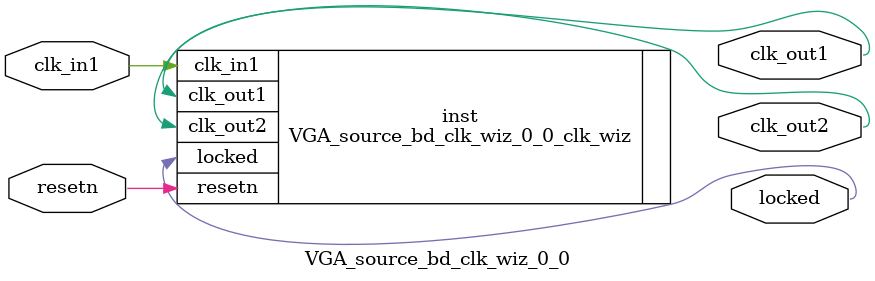
<source format=v>


`timescale 1ps/1ps

(* CORE_GENERATION_INFO = "VGA_source_bd_clk_wiz_0_0,clk_wiz_v6_0_4_0_0,{component_name=VGA_source_bd_clk_wiz_0_0,use_phase_alignment=true,use_min_o_jitter=false,use_max_i_jitter=false,use_dyn_phase_shift=false,use_inclk_switchover=false,use_dyn_reconfig=false,enable_axi=0,feedback_source=FDBK_AUTO,PRIMITIVE=MMCM,num_out_clk=2,clkin1_period=10.000,clkin2_period=10.000,use_power_down=false,use_reset=true,use_locked=true,use_inclk_stopped=false,feedback_type=SINGLE,CLOCK_MGR_TYPE=NA,manual_override=false}" *)

module VGA_source_bd_clk_wiz_0_0 
 (
  // Clock out ports
  output        clk_out1,
  output        clk_out2,
  // Status and control signals
  input         resetn,
  output        locked,
 // Clock in ports
  input         clk_in1
 );

  VGA_source_bd_clk_wiz_0_0_clk_wiz inst
  (
  // Clock out ports  
  .clk_out1(clk_out1),
  .clk_out2(clk_out2),
  // Status and control signals               
  .resetn(resetn), 
  .locked(locked),
 // Clock in ports
  .clk_in1(clk_in1)
  );

endmodule

</source>
